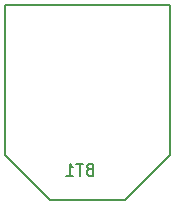
<source format=gbr>
G04 #@! TF.FileFunction,Legend,Bot*
%FSLAX46Y46*%
G04 Gerber Fmt 4.6, Leading zero omitted, Abs format (unit mm)*
G04 Created by KiCad (PCBNEW 4.0.2-stable) date 2016 July 15, Friday 18:23:30*
%MOMM*%
G01*
G04 APERTURE LIST*
%ADD10C,0.100000*%
%ADD11C,0.150000*%
G04 APERTURE END LIST*
D10*
D11*
X177800000Y-66294000D02*
X163830000Y-66294000D01*
X163830000Y-66294000D02*
X177800000Y-66294000D01*
X163830000Y-78994000D02*
X163830000Y-66294000D01*
X167640000Y-82804000D02*
X163830000Y-78994000D01*
X173990000Y-82804000D02*
X167640000Y-82804000D01*
X177800000Y-78994000D02*
X173990000Y-82804000D01*
X177800000Y-66294000D02*
X177800000Y-78994000D01*
X170965714Y-80192571D02*
X170822857Y-80240190D01*
X170775238Y-80287810D01*
X170727619Y-80383048D01*
X170727619Y-80525905D01*
X170775238Y-80621143D01*
X170822857Y-80668762D01*
X170918095Y-80716381D01*
X171299048Y-80716381D01*
X171299048Y-79716381D01*
X170965714Y-79716381D01*
X170870476Y-79764000D01*
X170822857Y-79811619D01*
X170775238Y-79906857D01*
X170775238Y-80002095D01*
X170822857Y-80097333D01*
X170870476Y-80144952D01*
X170965714Y-80192571D01*
X171299048Y-80192571D01*
X170441905Y-79716381D02*
X169870476Y-79716381D01*
X170156191Y-80716381D02*
X170156191Y-79716381D01*
X169013333Y-80716381D02*
X169584762Y-80716381D01*
X169299048Y-80716381D02*
X169299048Y-79716381D01*
X169394286Y-79859238D01*
X169489524Y-79954476D01*
X169584762Y-80002095D01*
M02*

</source>
